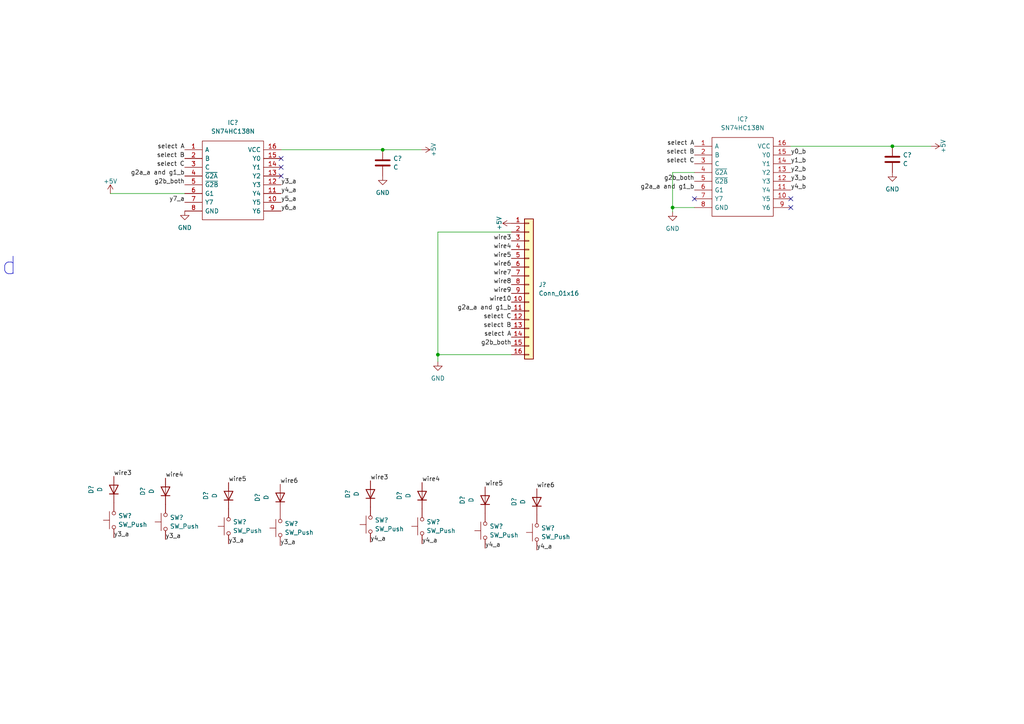
<source format=kicad_sch>
(kicad_sch (version 20211123) (generator eeschema)
  (paper "A4")
  (lib_symbols
    (symbol "Connector_Generic:Conn_01x16" (pin_names (offset 1.016) hide)
      (property "Reference" "J" (at 0 20.32 0))
      (property "Value" "Conn_01x16" (at 0 -22.86 0))
      (symbol "Conn_01x16_1_1"
        (rectangle (start -1.27 -20.193) (end 0 -20.447) (stroke (width 0.1524)))
        (rectangle (start -1.27 -17.653) (end 0 -17.907) (stroke (width 0.1524)))
        (rectangle (start -1.27 -15.113) (end 0 -15.367) (stroke (width 0.1524)))
        (rectangle (start -1.27 -12.573) (end 0 -12.827) (stroke (width 0.1524)))
        (rectangle (start -1.27 -10.033) (end 0 -10.287) (stroke (width 0.1524)))
        (rectangle (start -1.27 -7.493) (end 0 -7.747) (stroke (width 0.1524)))
        (rectangle (start -1.27 -4.953) (end 0 -5.207) (stroke (width 0.1524)))
        (rectangle (start -1.27 -2.413) (end 0 -2.667) (stroke (width 0.1524)))
        (rectangle (start -1.27 0.127) (end 0 -0.127) (stroke (width 0.1524)))
        (rectangle (start -1.27 2.667) (end 0 2.413) (stroke (width 0.1524)))
        (rectangle (start -1.27 5.207) (end 0 4.953) (stroke (width 0.1524)))
        (rectangle (start -1.27 7.747) (end 0 7.493) (stroke (width 0.1524)))
        (rectangle (start -1.27 10.287) (end 0 10.033) (stroke (width 0.1524)))
        (rectangle (start -1.27 12.827) (end 0 12.573) (stroke (width 0.1524)))
        (rectangle (start -1.27 15.367) (end 0 15.113) (stroke (width 0.1524)))
        (rectangle (start -1.27 17.907) (end 0 17.653) (stroke (width 0.1524)))
        (rectangle (start -1.27 19.05) (end 1.27 -21.59) (stroke (width 0.254)) (fill (type background)))
        (pin passive line (at -5.08 17.78 0) (length 3.81) (name "Pin_1") (number "1"))
        (pin passive line (at -5.08 -5.08 0) (length 3.81) (name "Pin_10") (number "10"))
        (pin passive line (at -5.08 -7.62 0) (length 3.81) (name "Pin_11") (number "11"))
        (pin passive line (at -5.08 -10.16 0) (length 3.81) (name "Pin_12") (number "12"))
        (pin passive line (at -5.08 -12.7 0) (length 3.81) (name "Pin_13") (number "13"))
        (pin passive line (at -5.08 -15.24 0) (length 3.81) (name "Pin_14") (number "14"))
        (pin passive line (at -5.08 -17.78 0) (length 3.81) (name "Pin_15") (number "15"))
        (pin passive line (at -5.08 -20.32 0) (length 3.81) (name "Pin_16") (number "16"))
        (pin passive line (at -5.08 15.24 0) (length 3.81) (name "Pin_2") (number "2"))
        (pin passive line (at -5.08 12.7 0) (length 3.81) (name "Pin_3") (number "3"))
        (pin passive line (at -5.08 10.16 0) (length 3.81) (name "Pin_4") (number "4"))
        (pin passive line (at -5.08 7.62 0) (length 3.81) (name "Pin_5") (number "5"))
        (pin passive line (at -5.08 5.08 0) (length 3.81) (name "Pin_6") (number "6"))
        (pin passive line (at -5.08 2.54 0) (length 3.81) (name "Pin_7") (number "7"))
        (pin passive line (at -5.08 0 0) (length 3.81) (name "Pin_8") (number "8"))
        (pin passive line (at -5.08 -2.54 0) (length 3.81) (name "Pin_9") (number "9"))
      )
    )
    (symbol "Device:C" (pin_numbers hide) (pin_names (offset 0.254))
      (property "Reference" "C" (at 0.635 2.54 0))
      (property "Value" "C" (at 0.635 -2.54 0))
      (symbol "C_0_1"
        (polyline (pts (xy -2.032 -0.762) (xy 2.032 -0.762)) (stroke (width 0.508)))
        (polyline (pts (xy -2.032 0.762) (xy 2.032 0.762)) (stroke (width 0.508)))
      )
      (symbol "C_1_1"
        (pin passive line (at 0 3.81 270) (length 2.794) (name "~") (number "1"))
        (pin passive line (at 0 -3.81 90) (length 2.794) (name "~") (number "2"))
      )
    )
    (symbol "Device:D" (pin_numbers hide) (pin_names (offset 1.016) hide)
      (property "Reference" "D" (at 0 2.54 0))
      (property "Value" "D" (at 0 -2.54 0))
      (symbol "D_0_1"
        (polyline (pts (xy -1.27 1.27) (xy -1.27 -1.27)) (stroke (width 0.254)))
        (polyline (pts (xy 1.27 0) (xy -1.27 0)))
        (polyline (pts (xy 1.27 1.27) (xy 1.27 -1.27) (xy -1.27 0) (xy 1.27 1.27)) (stroke (width 0.254)))
      )
      (symbol "D_1_1"
        (pin passive line (at -3.81 0 0) (length 2.54) (name "K") (number "1"))
        (pin passive line (at 3.81 0 180) (length 2.54) (name "A") (number "2"))
      )
    )
    (symbol "SamacSys_Parts:SN74HC138N" (pin_names (offset 0.762))
      (property "Reference" "IC" (at 24.13 7.62 0))
      (property "Value" "SN74HC138N" (at 24.13 5.08 0))
      (symbol "SN74HC138N_0_0"
        (pin passive line (at 0 0 0) (length 5.08) (name "A") (number "1"))
        (pin passive line (at 27.94 -15.24 180) (length 5.08) (name "Y5") (number "10"))
        (pin passive line (at 27.94 -12.7 180) (length 5.08) (name "Y4") (number "11"))
        (pin passive line (at 27.94 -10.16 180) (length 5.08) (name "Y3") (number "12"))
        (pin passive line (at 27.94 -7.62 180) (length 5.08) (name "Y2") (number "13"))
        (pin passive line (at 27.94 -5.08 180) (length 5.08) (name "Y1") (number "14"))
        (pin passive line (at 27.94 -2.54 180) (length 5.08) (name "Y0") (number "15"))
        (pin passive line (at 27.94 0 180) (length 5.08) (name "VCC") (number "16"))
        (pin passive line (at 0 -2.54 0) (length 5.08) (name "B") (number "2"))
        (pin passive line (at 0 -5.08 0) (length 5.08) (name "C") (number "3"))
        (pin passive line (at 0 -7.62 0) (length 5.08) (name "~{G2A}") (number "4"))
        (pin passive line (at 0 -10.16 0) (length 5.08) (name "~{G2B}") (number "5"))
        (pin passive line (at 0 -12.7 0) (length 5.08) (name "G1") (number "6"))
        (pin passive line (at 0 -15.24 0) (length 5.08) (name "Y7") (number "7"))
        (pin passive line (at 0 -17.78 0) (length 5.08) (name "GND") (number "8"))
        (pin passive line (at 27.94 -17.78 180) (length 5.08) (name "Y6") (number "9"))
      )
      (symbol "SN74HC138N_0_1"
        (polyline (pts (xy 5.08 2.54) (xy 22.86 2.54) (xy 22.86 -20.32) (xy 5.08 -20.32) (xy 5.08 2.54)) (stroke (width 0.1524)))
      )
    )
    (symbol "Switch:SW_Push" (pin_numbers hide) (pin_names (offset 1.016) hide)
      (property "Reference" "SW" (at 1.27 2.54 0))
      (property "Value" "SW_Push" (at 0 -1.524 0))
      (symbol "SW_Push_0_1"
        (circle (center -2.032 0) (radius 0.508))
        (polyline (pts (xy 0 1.27) (xy 0 3.048)))
        (polyline (pts (xy 2.54 1.27) (xy -2.54 1.27)))
        (circle (center 2.032 0) (radius 0.508))
        (pin passive line (at -5.08 0 0) (length 2.54) (name "1") (number "1"))
        (pin passive line (at 5.08 0 180) (length 2.54) (name "2") (number "2"))
      )
    )
    (symbol "power:+5V" (power) (pin_names (offset 0))
      (property "Value" "+5V" (at 0 3.556 0))
      (symbol "+5V_0_1"
        (polyline (pts (xy -0.762 1.27) (xy 0 2.54)))
        (polyline (pts (xy 0 0) (xy 0 2.54)))
        (polyline (pts (xy 0 2.54) (xy 0.762 1.27)))
      )
      (symbol "+5V_1_1"
        (pin power_in line (at 0 0 90) (length 0) hide (name "+5V") (number "1"))
      )
    )
    (symbol "power:GND" (power) (pin_names (offset 0))
      (property "Value" "GND" (at 0 -3.81 0))
      (symbol "GND_0_1"
        (polyline (pts (xy 0 0) (xy 0 -1.27) (xy 1.27 -1.27) (xy 0 -2.54) (xy -1.27 -1.27) (xy 0 -1.27)))
      )
      (symbol "GND_1_1"
        (pin power_in line (at 0 0 270) (length 0) hide (name "GND") (number "1"))
      )
    )
  )
  (junction (at 110.998 43.434))
  (junction (at 127 102.87))
  (junction (at 258.826 42.418))
  (junction (at 195.072 60.198))
  (no_connect (at 229.362 57.658))
  (no_connect (at 229.362 60.198))
  (no_connect (at 81.534 45.974))
  (no_connect (at 81.534 48.514))
  (no_connect (at 81.534 51.054))
  (no_connect (at 201.422 57.658))
  (wire (pts (xy 127 67.31) (xy 127 102.87)))
  (wire (pts (xy 270.002 42.418) (xy 258.826 42.418)))
  (wire (pts (xy 148.336 67.31) (xy 127 67.31)))
  (wire (pts (xy 195.072 61.468) (xy 195.072 60.198)))
  (wire (pts (xy 32.004 56.134) (xy 53.594 56.134)))
  (wire (pts (xy 127 104.902) (xy 127 102.87)))
  (wire (pts (xy 229.362 42.418) (xy 258.826 42.418)))
  (wire (pts (xy 195.072 60.198) (xy 201.422 60.198)))
  (wire (pts (xy 201.422 50.038) (xy 195.072 50.038)))
  (wire (pts (xy 127 102.87) (xy 148.336 102.87)))
  (wire (pts (xy 81.534 43.434) (xy 110.998 43.434)))
  (wire (pts (xy 195.072 50.038) (xy 195.072 60.198)))
  (wire (pts (xy 122.174 43.434) (xy 110.998 43.434)))
  (text "74 diodes\n37 keys\n74 switches\n\nG2B enables both\nG2A_A+G1_B is what determines which chip is used" (at -196.85 80.264 0) (effects (font (size 5.08 5.08)) (justify left bottom)))
  (label "wire7" (at 148.336 80.01 180))
  (label "wire6" (at 81.28 140.462 0))
  (label "y3_b" (at 229.362 52.578 0))
  (label "wire5" (at 66.294 139.954 0))
  (label "y3_a" (at 81.28 158.242 0))
  (label "y4_b" (at 229.362 55.118 0))
  (label "y4_a" (at 155.702 159.512 0))
  (label "wire5" (at 148.336 74.93 180))
  (label "wire8" (at 148.336 82.55 180))
  (label "y3_a" (at 48.006 156.464 0))
  (label "wire3" (at 33.02 138.176 0))
  (label "wire6" (at 155.702 141.732 0))
  (label "y0_b" (at 229.362 44.958 0))
  (label "y1_b" (at 229.362 47.498 0))
  (label "y4_a" (at 81.534 56.134 0))
  (label "y4_a" (at 107.442 157.226 0))
  (label "select A" (at 148.336 97.79 180))
  (label "wire4" (at 122.428 139.954 0))
  (label "g2a_a and g1_b" (at 148.336 90.17 180))
  (label "wire3" (at 107.442 139.446 0))
  (label "y2_b" (at 229.362 50.038 0))
  (label "select A" (at 53.594 43.434 180))
  (label "select C" (at 53.594 48.514 180))
  (label "y5_a" (at 81.534 58.674 0))
  (label "g2b_both" (at 148.336 100.33 180))
  (label "y4_a" (at 122.428 157.734 0))
  (label "select C" (at 148.336 92.71 180))
  (label "g2b_both" (at 201.422 52.578 180))
  (label "wire6" (at 148.336 77.47 180))
  (label "g2a_a and g1_b" (at 53.594 51.054 180))
  (label "y7_a" (at 53.594 58.674 180))
  (label "select B" (at 148.336 95.25 180))
  (label "g2a_a and g1_b" (at 201.422 55.118 180))
  (label "y3_a" (at 66.294 157.734 0))
  (label "y6_a" (at 81.534 61.214 0))
  (label "select C" (at 201.422 47.498 180))
  (label "y3_a" (at 33.02 155.956 0))
  (label "select A" (at 201.422 42.418 180))
  (label "wire4" (at 148.336 72.39 180))
  (label "g2b_both" (at 53.594 53.594 180))
  (label "y3_a" (at 81.534 53.594 0))
  (label "select B" (at 53.594 45.974 180))
  (label "wire5" (at 140.716 141.224 0))
  (label "wire3" (at 148.336 69.85 180))
  (label "wire9" (at 148.336 85.09 180))
  (label "wire10" (at 148.336 87.63 180))
  (label "y4_a" (at 140.716 159.004 0))
  (label "select B" (at 201.422 44.958 180))
  (label "wire4" (at 48.006 138.684 0))
  (symbol (lib_id "Device:C") (at 110.998 47.244 180) (unit 1)
    (property "Reference" "C?" (at 114.046 45.9739 0) (effects (justify right)))
    (property "Value" "C" (at 114.046 48.5139 0) (effects (justify right)))
  )
  (symbol (lib_id "power:+5V") (at 270.002 42.418 270) (unit 1)
    (property "Reference" "#PWR?" (effects hide))
    (property "Value" "+5V" (at 273.558 42.418 0))
  )
  (symbol (lib_id "power:+5V") (at 148.336 64.77 90) (unit 1)
    (property "Reference" "#PWR?" (effects hide))
    (property "Value" "+5V" (at 144.78 64.77 0))
  )
  (symbol (lib_id "Switch:SW_Push") (at 155.702 154.432 90) (unit 1)
    (property "Reference" "SW?" (at 156.972 153.1619 90) (effects (justify right)))
    (property "Value" "SW_Push" (at 156.972 155.7019 90) (effects (justify right)))
  )
  (symbol (lib_id "Device:D") (at 122.428 143.764 90) (unit 1)
    (property "Reference" "D?" (at 115.824 143.764 0))
    (property "Value" "D" (at 118.364 143.764 0))
  )
  (symbol (lib_id "Switch:SW_Push") (at 140.716 153.924 90) (unit 1)
    (property "Reference" "SW?" (at 141.986 152.6539 90) (effects (justify right)))
    (property "Value" "SW_Push" (at 141.986 155.1939 90) (effects (justify right)))
  )
  (symbol (lib_id "Device:D") (at 140.716 145.034 90) (unit 1)
    (property "Reference" "D?" (at 134.112 145.034 0))
    (property "Value" "D" (at 136.652 145.034 0))
  )
  (symbol (lib_id "Switch:SW_Push") (at 107.442 152.146 90) (unit 1)
    (property "Reference" "SW?" (at 108.712 150.8759 90) (effects (justify right)))
    (property "Value" "SW_Push" (at 108.712 153.4159 90) (effects (justify right)))
  )
  (symbol (lib_id "power:GND") (at 53.594 61.214 0) (unit 1)
    (property "Reference" "#PWR?" (effects hide))
    (property "Value" "GND" (at 53.594 66.04 0))
  )
  (symbol (lib_id "Device:C") (at 258.826 46.228 180) (unit 1)
    (property "Reference" "C?" (at 261.874 44.9579 0) (effects (justify right)))
    (property "Value" "C" (at 261.874 47.4979 0) (effects (justify right)))
  )
  (symbol (lib_id "Device:D") (at 66.294 143.764 90) (unit 1)
    (property "Reference" "D?" (at 59.69 143.764 0))
    (property "Value" "D" (at 62.23 143.764 0))
  )
  (symbol (lib_id "power:GND") (at 127 104.902 0) (unit 1)
    (property "Reference" "#PWR?" (effects hide))
    (property "Value" "GND" (at 127 109.728 0))
  )
  (symbol (lib_id "Device:D") (at 33.02 141.986 90) (unit 1)
    (property "Reference" "D?" (at 26.416 141.986 0))
    (property "Value" "D" (at 28.956 141.986 0))
  )
  (symbol (lib_id "power:GND") (at 258.826 50.038 0) (unit 1)
    (property "Reference" "#PWR?" (effects hide))
    (property "Value" "GND" (at 258.826 54.864 0))
  )
  (symbol (lib_id "Switch:SW_Push") (at 33.02 150.876 90) (unit 1)
    (property "Reference" "SW?" (at 34.29 149.6059 90) (effects (justify right)))
    (property "Value" "SW_Push" (at 34.29 152.1459 90) (effects (justify right)))
  )
  (symbol (lib_id "Switch:SW_Push") (at 81.28 153.162 90) (unit 1)
    (property "Reference" "SW?" (at 82.55 151.8919 90) (effects (justify right)))
    (property "Value" "SW_Push" (at 82.55 154.4319 90) (effects (justify right)))
  )
  (symbol (lib_id "Device:D") (at 48.006 142.494 90) (unit 1)
    (property "Reference" "D?" (at 41.402 142.494 0))
    (property "Value" "D" (at 43.942 142.494 0))
  )
  (symbol (lib_id "Connector_Generic:Conn_01x16") (at 153.416 82.55 0) (unit 1)
    (property "Reference" "J?" (at 156.21 82.5499 0) (effects (justify left)))
    (property "Value" "Conn_01x16" (at 156.21 85.0899 0) (effects (justify left)))
  )
  (symbol (lib_id "SamacSys_Parts:SN74HC138N") (at 53.594 43.434 0) (unit 1)
    (property "Reference" "IC?" (at 67.564 35.56 0))
    (property "Value" "SN74HC138N" (at 67.564 38.1 0))
    (property "Footprint" "DIP794W53P254L1930H508Q16N" (effects hide))
    (property "Datasheet" "http://www.ti.com/lit/gpn/sn74hc138" (effects hide))
    (property "Description" "3 line to 8-line decoders demultiplexers" (effects hide))
    (property "Height" "5.08" (effects hide))
    (property "Mouser Part Number" "595-SN74HC138N" (effects hide))
    (property "Mouser Price/Stock" "https://www.mouser.co.uk/ProductDetail/Texas-Instruments/SN74HC138N?qs=DcvZ7Fltd5x%252Bb2TMypNfUg%3D%3D" (effects hide))
    (property "Manufacturer_Name" "Texas Instruments" (effects hide))
    (property "Manufacturer_Part_Number" "SN74HC138N" (effects hide))
  )
  (symbol (lib_id "Device:D") (at 107.442 143.256 90) (unit 1)
    (property "Reference" "D?" (at 100.838 143.256 0))
    (property "Value" "D" (at 103.378 143.256 0))
  )
  (symbol (lib_id "Switch:SW_Push") (at 48.006 151.384 90) (unit 1)
    (property "Reference" "SW?" (at 49.276 150.1139 90) (effects (justify right)))
    (property "Value" "SW_Push" (at 49.276 152.6539 90) (effects (justify right)))
  )
  (symbol (lib_id "Device:D") (at 81.28 144.272 90) (unit 1)
    (property "Reference" "D?" (at 74.676 144.272 0))
    (property "Value" "D" (at 77.216 144.272 0))
  )
  (symbol (lib_id "Device:D") (at 155.702 145.542 90) (unit 1)
    (property "Reference" "D?" (at 149.098 145.542 0))
    (property "Value" "D" (at 151.638 145.542 0))
  )
  (symbol (lib_id "power:GND") (at 195.072 61.468 0) (unit 1)
    (property "Reference" "#PWR?" (effects hide))
    (property "Value" "GND" (at 195.072 66.294 0))
  )
  (symbol (lib_id "power:+5V") (at 32.004 56.134 0) (unit 1)
    (property "Reference" "#PWR?" (effects hide))
    (property "Value" "+5V" (at 32.004 52.578 0))
  )
  (symbol (lib_id "power:+5V") (at 122.174 43.434 270) (unit 1)
    (property "Reference" "#PWR?" (effects hide))
    (property "Value" "+5V" (at 125.73 43.434 0))
  )
  (symbol (lib_id "Switch:SW_Push") (at 122.428 152.654 90) (unit 1)
    (property "Reference" "SW?" (at 123.698 151.3839 90) (effects (justify right)))
    (property "Value" "SW_Push" (at 123.698 153.9239 90) (effects (justify right)))
  )
  (symbol (lib_id "power:GND") (at 110.998 51.054 0) (unit 1)
    (property "Reference" "#PWR?" (effects hide))
    (property "Value" "GND" (at 110.998 55.88 0))
  )
  (symbol (lib_id "SamacSys_Parts:SN74HC138N") (at 201.422 42.418 0) (unit 1)
    (property "Reference" "IC?" (at 215.392 34.544 0))
    (property "Value" "SN74HC138N" (at 215.392 37.084 0))
    (property "Footprint" "DIP794W53P254L1930H508Q16N" (effects hide))
    (property "Datasheet" "http://www.ti.com/lit/gpn/sn74hc138" (effects hide))
    (property "Description" "3 line to 8-line decoders demultiplexers" (effects hide))
    (property "Height" "5.08" (effects hide))
    (property "Mouser Part Number" "595-SN74HC138N" (effects hide))
    (property "Mouser Price/Stock" "https://www.mouser.co.uk/ProductDetail/Texas-Instruments/SN74HC138N?qs=DcvZ7Fltd5x%252Bb2TMypNfUg%3D%3D" (effects hide))
    (property "Manufacturer_Name" "Texas Instruments" (effects hide))
    (property "Manufacturer_Part_Number" "SN74HC138N" (effects hide))
  )
  (symbol (lib_id "Switch:SW_Push") (at 66.294 152.654 90) (unit 1)
    (property "Reference" "SW?" (at 67.564 151.3839 90) (effects (justify right)))
    (property "Value" "SW_Push" (at 67.564 153.9239 90) (effects (justify right)))
  )
)
</source>
